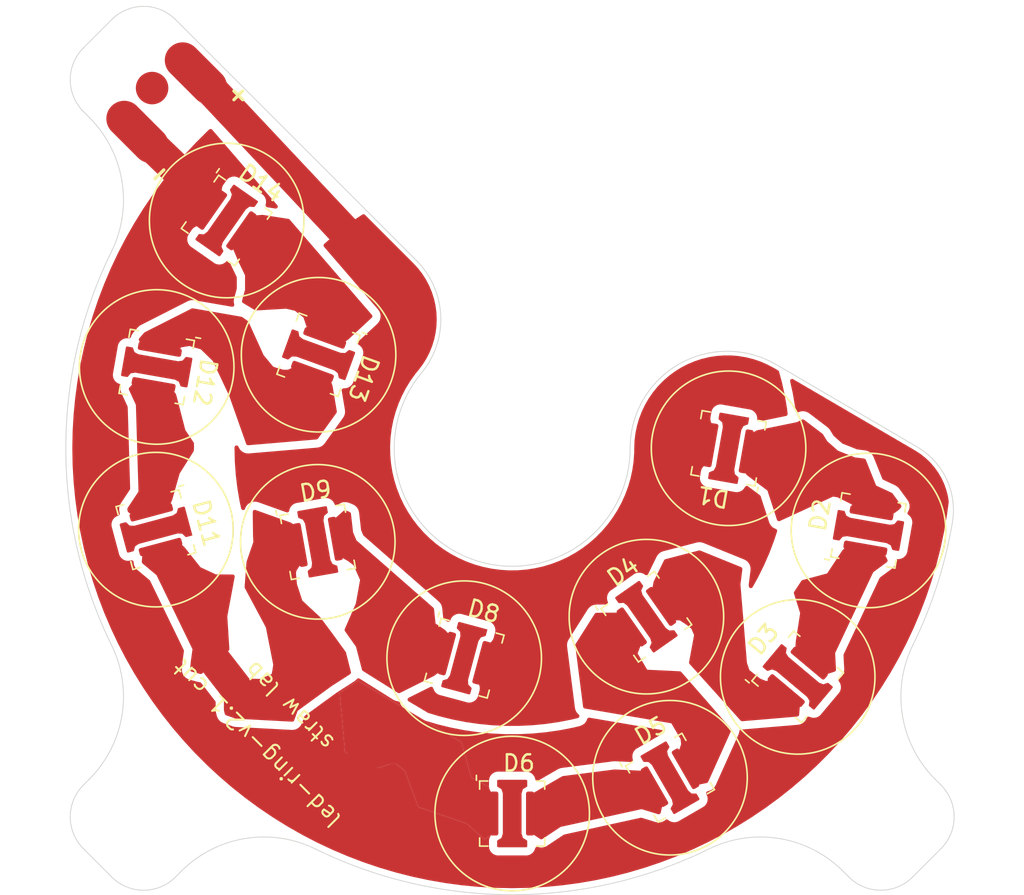
<source format=kicad_pcb>
(kicad_pcb (version 20221018) (generator pcbnew)
  (layers (0 "F.Cu" signal) (31 "B.Cu" signal) (34 "B.Paste" user) (35 "F.Paste" user) (36 "B.SilkS" user "B.Silkscreen") (37 "F.SilkS" user "F.Silkscreen") (38 "B.Mask" user) (39 "F.Mask" user) (44 "Edge.Cuts" user))
  (net 0 "")
  (net 1 "Net-(D1-K)")
  (net 2 "+VDC")
  (net 4 "Net-(D2-K)")
  (net 6 "Net-(D3-K)")
  (net 8 "Net-(D4-K)")
  (net 10 "Net-(D5-K)")
  (net 13 "-VDC")
  (net 14 "Net-(D8-K)")
  (net 17 "Net-(D11-K)")
  (net 19 "Net-(D12-K)")
  (net 21 "Net-(D13-K)")
  (net 25 "Net-(D11-A)")
  (footprint "victor_strawlab:TestPoint_Pad_D1.0mm_paste" (layer "F.Cu") (at -4.25 18.54)
    (fp_text reference "TP6" hide)
    (fp_text value "TestPoint")
    (pad "1" smd circle (at 0 0) (size 1 1) (layers "F.Cu" "F.Paste" "F.Mask") (net 13 "-VDC"))
  )
  (footprint "victor_strawlab:TestPoint_Pad_D1.0mm_paste" (layer "F.Cu") (at 5.08 15.29)
    (fp_text reference "TP4" hide)
    (fp_text value "TestPoint")
    (pad "1" smd circle (at 0 0) (size 1 1) (layers "F.Cu" "F.Paste" "F.Mask") (net 8 "Net-(D4-K)"))
  )
  (footprint "victor_strawlab:OSRAM_SFH_4715AS_with_LISA4" (layer "F.Cu") (at 0 22.45 -90)
    (fp_text reference "D6" (at -3.097813 -0.41443 unlocked) (layer "F.SilkS"))
    (fp_text value "LED_Pad")
    (fp_poly (pts (xy 1.25 0.5) (xy 1.55 0.6) (xy 1.7 0.85) (xy 2 0.85) (xy 2 -0.85) (xy 1.7 -0.85) (xy 1.55 -0.6) (xy 1.25 -0.5) (xy -1.25 -0.5) (xy -1.55 -0.6) (xy -1.7 -0.85) (xy -2 -0.85) (xy -2 0.85) (xy -1.7 0.85) (xy -1.55 0.6) (xy -1.25 0.5)) (stroke (width 0.15)) (fill solid) (layer "F.Cu"))
    (fp_line (start -2.35 2.2) (end -2.05 2.2) (stroke (width 0.1)) (layer "F.SilkS"))
    (fp_line (start -2 -2) (end -2 -1.5) (stroke (width 0.1)) (layer "F.SilkS"))
    (fp_line (start -2 1.5) (end -2 2) (stroke (width 0.1)) (layer "F.SilkS"))
    (fp_line (start -2 2) (end -1.5 2) (stroke (width 0.1)) (layer "F.SilkS"))
    (fp_line (start -1.5 -2) (end -2 -2) (stroke (width 0.1)) (layer "F.SilkS"))
    (fp_line (start 1.5 2) (end 2 2) (stroke (width 0.1)) (layer "F.SilkS"))
    (fp_line (start 2 -2) (end 1.5 -2) (stroke (width 0.1)) (layer "F.SilkS"))
    (fp_line (start 2 -1.5) (end 2 -2) (stroke (width 0.1)) (layer "F.SilkS"))
    (fp_line (start 2 2) (end 2 1.5) (stroke (width 0.1)) (layer "F.SilkS"))
    (fp_circle (center 0 0) (end 4.75 0) (stroke (width 0.1)) (fill none) (layer "F.SilkS"))
    (pad "1" smd roundrect (at 0 1.1 270) (size 2.7 0.5) (layers "F.Cu" "F.Paste" "F.Mask") (net 13 "-VDC") (thermal_gap -0.1))
    (pad "2" smd roundrect (at 0 -1.1 270) (size 2.7 0.5) (layers "F.Cu" "F.Paste" "F.Mask") (net 10 "Net-(D5-K)") (thermal_gap -0.1))
    (pad "3" smd roundrect (at 0 0 270) (size 2.7 1) (layers "F.Cu" "F.Paste" "F.Mask") (roundrect_rratio 0) (chamfer_ratio 0.3) (chamfer bottom_left) (thermal_gap -0.1))
  )
  (footprint "victor_strawlab:OSRAM_SFH_4715AS_with_LISA4" (layer "F.Cu") (at -17.55 -14 -125)
    (fp_text reference "D14" (at -3.097813 -0.41443 -35 unlocked) (layer "F.SilkS"))
    (fp_text value "LED_Pad")
    (fp_poly (pts (xy 1.25 0.5) (xy 1.55 0.6) (xy 1.7 0.85) (xy 2 0.85) (xy 2 -0.85) (xy 1.7 -0.85) (xy 1.55 -0.6) (xy 1.25 -0.5) (xy -1.25 -0.5) (xy -1.55 -0.6) (xy -1.7 -0.85) (xy -2 -0.85) (xy -2 0.85) (xy -1.7 0.85) (xy -1.55 0.6) (xy -1.25 0.5)) (stroke (width 0.15)) (fill solid) (layer "F.Cu"))
    (fp_line (start -2.35 2.2) (end -2.05 2.2) (stroke (width 0.1)) (layer "F.SilkS"))
    (fp_line (start -2 -2) (end -2 -1.5) (stroke (width 0.1)) (layer "F.SilkS"))
    (fp_line (start -2 1.5) (end -2 2) (stroke (width 0.1)) (layer "F.SilkS"))
    (fp_line (start -2 2) (end -1.5 2) (stroke (width 0.1)) (layer "F.SilkS"))
    (fp_line (start -1.5 -2) (end -2 -2) (stroke (width 0.1)) (layer "F.SilkS"))
    (fp_line (start 1.5 2) (end 2 2) (stroke (width 0.1)) (layer "F.SilkS"))
    (fp_line (start 2 -2) (end 1.5 -2) (stroke (width 0.1)) (layer "F.SilkS"))
    (fp_line (start 2 -1.5) (end 2 -2) (stroke (width 0.1)) (layer "F.SilkS"))
    (fp_line (start 2 2) (end 2 1.5) (stroke (width 0.1)) (layer "F.SilkS"))
    (fp_circle (center 0 0) (end 4.75 0) (stroke (width 0.1)) (fill none) (layer "F.SilkS"))
    (pad "1" smd roundrect (at 0 1.1 235) (size 2.7 0.5) (layers "F.Cu" "F.Paste" "F.Mask") (net 13 "-VDC") (thermal_gap -0.1))
    (pad "2" smd roundrect (at 0 -1.1 235) (size 2.7 0.5) (layers "F.Cu" "F.Paste" "F.Mask") (net 21 "Net-(D13-K)") (thermal_gap -0.1))
    (pad "3" smd roundrect (at 0 0 235) (size 2.7 1) (layers "F.Cu" "F.Paste" "F.Mask") (roundrect_rratio 0) (chamfer_ratio 0.3) (chamfer bottom_left) (thermal_gap -0.1))
  )
  (footprint "victor_strawlab:OSRAM_SFH_4715AS_with_LISA4" (layer "F.Cu") (at 17.55 14.05 -40)
    (fp_text reference "D3" (at -3.097813 -0.41443 50 unlocked) (layer "F.SilkS"))
    (fp_text value "LED_Pad")
    (fp_poly (pts (xy 1.25 0.5) (xy 1.55 0.6) (xy 1.7 0.85) (xy 2 0.85) (xy 2 -0.85) (xy 1.7 -0.85) (xy 1.55 -0.6) (xy 1.25 -0.5) (xy -1.25 -0.5) (xy -1.55 -0.6) (xy -1.7 -0.85) (xy -2 -0.85) (xy -2 0.85) (xy -1.7 0.85) (xy -1.55 0.6) (xy -1.25 0.5)) (stroke (width 0.15)) (fill solid) (layer "F.Cu"))
    (fp_line (start -2.35 2.2) (end -2.05 2.2) (stroke (width 0.1)) (layer "F.SilkS"))
    (fp_line (start -2 -2) (end -2 -1.5) (stroke (width 0.1)) (layer "F.SilkS"))
    (fp_line (start -2 1.5) (end -2 2) (stroke (width 0.1)) (layer "F.SilkS"))
    (fp_line (start -2 2) (end -1.5 2) (stroke (width 0.1)) (layer "F.SilkS"))
    (fp_line (start -1.5 -2) (end -2 -2) (stroke (width 0.1)) (layer "F.SilkS"))
    (fp_line (start 1.5 2) (end 2 2) (stroke (width 0.1)) (layer "F.SilkS"))
    (fp_line (start 2 -2) (end 1.5 -2) (stroke (width 0.1)) (layer "F.SilkS"))
    (fp_line (start 2 -1.5) (end 2 -2) (stroke (width 0.1)) (layer "F.SilkS"))
    (fp_line (start 2 2) (end 2 1.5) (stroke (width 0.1)) (layer "F.SilkS"))
    (fp_circle (center 0 0) (end 4.75 0) (stroke (width 0.1)) (fill none) (layer "F.SilkS"))
    (pad "1" smd roundrect (at 0 1.1 320) (size 2.7 0.5) (layers "F.Cu" "F.Paste" "F.Mask") (net 6 "Net-(D3-K)") (thermal_gap -0.1))
    (pad "2" smd roundrect (at 0 -1.1 320) (size 2.7 0.5) (layers "F.Cu" "F.Paste" "F.Mask") (net 4 "Net-(D2-K)") (thermal_gap -0.1))
    (pad "3" smd roundrect (at 0 0 320) (size 2.7 1) (layers "F.Cu" "F.Paste" "F.Mask") (roundrect_rratio 0) (chamfer_ratio 0.3) (chamfer bottom_left) (thermal_gap -0.1))
  )
  (footprint "victor_strawlab:TestPoint_Pad_D1.0mm_paste" (layer "F.Cu") (at 18.09 8.81)
    (fp_text reference "TP2" hide)
    (fp_text value "TestPoint")
    (pad "1" smd circle (at 0 0) (size 1 1) (layers "F.Cu" "F.Paste" "F.Mask") (net 4 "Net-(D2-K)"))
  )
  (footprint "victor_strawlab:TestPoint_Pad_D1.0mm_paste" (layer "F.Cu") (at -15.74 -1.26)
    (fp_text reference "TP11" hide)
    (fp_text value "TestPoint")
    (pad "1" smd circle (at 0 0) (size 1 1) (layers "F.Cu" "F.Paste" "F.Mask") (net 19 "Net-(D12-K)"))
  )
  (footprint "victor_strawlab:OSRAM_SFH_4715AS_with_LISA4" (layer "F.Cu") (at 9.7 20.25 -60)
    (fp_text reference "D5" (at -3.097813 -0.41443 30 unlocked) (layer "F.SilkS"))
    (fp_text value "LED_Pad")
    (fp_poly (pts (xy 1.25 0.5) (xy 1.55 0.6) (xy 1.7 0.85) (xy 2 0.85) (xy 2 -0.85) (xy 1.7 -0.85) (xy 1.55 -0.6) (xy 1.25 -0.5) (xy -1.25 -0.5) (xy -1.55 -0.6) (xy -1.7 -0.85) (xy -2 -0.85) (xy -2 0.85) (xy -1.7 0.85) (xy -1.55 0.6) (xy -1.25 0.5)) (stroke (width 0.15)) (fill solid) (layer "F.Cu"))
    (fp_line (start -2.35 2.2) (end -2.05 2.2) (stroke (width 0.1)) (layer "F.SilkS"))
    (fp_line (start -2 -2) (end -2 -1.5) (stroke (width 0.1)) (layer "F.SilkS"))
    (fp_line (start -2 1.5) (end -2 2) (stroke (width 0.1)) (layer "F.SilkS"))
    (fp_line (start -2 2) (end -1.5 2) (stroke (width 0.1)) (layer "F.SilkS"))
    (fp_line (start -1.5 -2) (end -2 -2) (stroke (width 0.1)) (layer "F.SilkS"))
    (fp_line (start 1.5 2) (end 2 2) (stroke (width 0.1)) (layer "F.SilkS"))
    (fp_line (start 2 -2) (end 1.5 -2) (stroke (width 0.1)) (layer "F.SilkS"))
    (fp_line (start 2 -1.5) (end 2 -2) (stroke (width 0.1)) (layer "F.SilkS"))
    (fp_line (start 2 2) (end 2 1.5) (stroke (width 0.1)) (layer "F.SilkS"))
    (fp_circle (center 0 0) (end 4.75 0) (stroke (width 0.1)) (fill none) (layer "F.SilkS"))
    (pad "1" smd roundrect (at 0 1.1 300) (size 2.7 0.5) (layers "F.Cu" "F.Paste" "F.Mask") (net 10 "Net-(D5-K)") (thermal_gap -0.1))
    (pad "2" smd roundrect (at 0 -1.1 300) (size 2.7 0.5) (layers "F.Cu" "F.Paste" "F.Mask") (net 8 "Net-(D4-K)") (thermal_gap -0.1))
    (pad "3" smd roundrect (at 0 0 300) (size 2.7 1) (layers "F.Cu" "F.Paste" "F.Mask") (roundrect_rratio 0) (chamfer_ratio 0.3) (chamfer bottom_left) (thermal_gap -0.1))
  )
  (footprint "victor_strawlab:TestPoint_Pad_D1.0mm_paste" (layer "F.Cu") (at -12.34 -11.44)
    (fp_text reference "TP12" hide)
    (fp_text value "TestPoint")
    (pad "1" smd circle (at 0 0) (size 1 1) (layers "F.Cu" "F.Paste" "F.Mask") (net 21 "Net-(D13-K)"))
  )
  (footprint "victor_strawlab:OSRAM_SFH_4715AS_with_LISA4" (layer "F.Cu") (at -21.85 -5 170)
    (fp_text reference "D12" (at -3.097813 -0.41443 260 unlocked) (layer "F.SilkS"))
    (fp_text value "LED_Pad")
    (fp_poly (pts (xy 1.25 0.5) (xy 1.55 0.6) (xy 1.7 0.85) (xy 2 0.85) (xy 2 -0.85) (xy 1.7 -0.85) (xy 1.55 -0.6) (xy 1.25 -0.5) (xy -1.25 -0.5) (xy -1.55 -0.6) (xy -1.7 -0.85) (xy -2 -0.85) (xy -2 0.85) (xy -1.7 0.85) (xy -1.55 0.6) (xy -1.25 0.5)) (stroke (width 0.15)) (fill solid) (layer "F.Cu"))
    (fp_line (start -2.35 2.2) (end -2.05 2.2) (stroke (width 0.1)) (layer "F.SilkS"))
    (fp_line (start -2 -2) (end -2 -1.5) (stroke (width 0.1)) (layer "F.SilkS"))
    (fp_line (start -2 1.5) (end -2 2) (stroke (width 0.1)) (layer "F.SilkS"))
    (fp_line (start -2 2) (end -1.5 2) (stroke (width 0.1)) (layer "F.SilkS"))
    (fp_line (start -1.5 -2) (end -2 -2) (stroke (width 0.1)) (layer "F.SilkS"))
    (fp_line (start 1.5 2) (end 2 2) (stroke (width 0.1)) (layer "F.SilkS"))
    (fp_line (start 2 -2) (end 1.5 -2) (stroke (width 0.1)) (layer "F.SilkS"))
    (fp_line (start 2 -1.5) (end 2 -2) (stroke (width 0.1)) (layer "F.SilkS"))
    (fp_line (start 2 2) (end 2 1.5) (stroke (width 0.1)) (layer "F.SilkS"))
    (fp_circle (center 0 0) (end 4.75 0) (stroke (width 0.1)) (fill none) (layer "F.SilkS"))
    (pad "1" smd roundrect (at 0 1.1 170) (size 2.7 0.5) (layers "F.Cu" "F.Paste" "F.Mask") (net 19 "Net-(D12-K)") (thermal_gap -0.1))
    (pad "2" smd roundrect (at 0 -1.1 170) (size 2.7 0.5) (layers "F.Cu" "F.Paste" "F.Mask") (net 17 "Net-(D11-K)") (thermal_gap -0.1))
    (pad "3" smd roundrect (at 0 0 170) (size 2.7 1) (layers "F.Cu" "F.Paste" "F.Mask") (roundrect_rratio 0) (chamfer_ratio 0.3) (chamfer bottom_left) (thermal_gap -0.1))
  )
  (footprint "victor_strawlab:TestPoint_Pad_D1.0mm_paste" (layer "F.Cu") (at 4.67 20.59)
    (fp_text reference "TP5" hide)
    (fp_text value "TestPoint")
    (pad "1" smd circle (at 0 0) (size 1 1) (layers "F.Cu" "F.Paste" "F.Mask") (net 10 "Net-(D5-K)"))
  )
  (footprint "MountingHole:MountingHole_2.2mm_M2" (layer "F.Cu") (at 22 22)
    (fp_text reference "REF**" hide)
    (fp_text value "MountingHole_2.2mm_M2")
    (pad "" np_thru_hole circle locked (at 0 0) (size 2.2 2.2) (drill 2.2) (layers "*.Cu" "*.Mask"))
  )
  (footprint "victor_strawlab:OSRAM_SFH_4715AS_with_LISA4" (layer "F.Cu") (at -21.9 5 -165)
    (fp_text reference "D11" (at -3.097813 -0.41443 -75 unlocked) (layer "F.SilkS"))
    (fp_text value "LED_Pad")
    (fp_poly (pts (xy 1.25 0.5) (xy 1.55 0.6) (xy 1.7 0.85) (xy 2 0.85) (xy 2 -0.85) (xy 1.7 -0.85) (xy 1.55 -0.6) (xy 1.25 -0.5) (xy -1.25 -0.5) (xy -1.55 -0.6) (xy -1.7 -0.85) (xy -2 -0.85) (xy -2 0.85) (xy -1.7 0.85) (xy -1.55 0.6) (xy -1.25 0.5)) (stroke (width 0.15)) (fill solid) (layer "F.Cu"))
    (fp_line (start -2.35 2.2) (end -2.05 2.2) (stroke (width 0.1)) (layer "F.SilkS"))
    (fp_line (start -2 -2) (end -2 -1.5) (stroke (width 0.1)) (layer "F.SilkS"))
    (fp_line (start -2 1.5) (end -2 2) (stroke (width 0.1)) (layer "F.SilkS"))
    (fp_line (start -2 2) (end -1.5 2) (stroke (width 0.1)) (layer "F.SilkS"))
    (fp_line (start -1.5 -2) (end -2 -2) (stroke (width 0.1)) (layer "F.SilkS"))
    (fp_line (start 1.5 2) (end 2 2) (stroke (width 0.1)) (layer "F.SilkS"))
    (fp_line (start 2 -2) (end 1.5 -2) (stroke (width 0.1)) (layer "F.SilkS"))
    (fp_line (start 2 -1.5) (end 2 -2) (stroke (width 0.1)) (layer "F.SilkS"))
    (fp_line (start 2 2) (end 2 1.5) (stroke (width 0.1)) (layer "F.SilkS"))
    (fp_circle (center 0 0) (end 4.75 0) (stroke (width 0.1)) (fill none) (layer "F.SilkS"))
    (pad "1" smd roundrect (at 0 1.1 195) (size 2.7 0.5) (layers "F.Cu" "F.Paste" "F.Mask") (net 17 "Net-(D11-K)") (thermal_gap -0.1))
    (pad "2" smd roundrect (at 0 -1.1 195) (size 2.7 0.5) (layers "F.Cu" "F.Paste" "F.Mask") (net 25 "Net-(D11-A)") (thermal_gap -0.1))
    (pad "3" smd roundrect (at 0 0 195) (size 2.7 1) (layers "F.Cu" "F.Paste" "F.Mask") (roundrect_rratio 0) (chamfer_ratio 0.3) (chamfer bottom_left) (thermal_gap -0.1))
  )
  (footprint "victor_strawlab:OSRAM_SFH_4715AS_with_LISA4" (layer "F.Cu") (at -2.95 12.9 -105)
    (fp_text reference "D8" (at -3.097813 -0.41443 -15 unlocked) (layer "F.SilkS"))
    (fp_text value "LED_Pad")
    (fp_poly (pts (xy 1.25 0.5) (xy 1.55 0.6) (xy 1.7 0.85) (xy 2 0.85) (xy 2 -0.85) (xy 1.7 -0.85) (xy 1.55 -0.6) (xy 1.25 -0.5) (xy -1.25 -0.5) (xy -1.55 -0.6) (xy -1.7 -0.85) (xy -2 -0.85) (xy -2 0.85) (xy -1.7 0.85) (xy -1.55 0.6) (xy -1.25 0.5)) (stroke (width 0.15)) (fill solid) (layer "F.Cu"))
    (fp_line (start -2.35 2.2) (end -2.05 2.2) (stroke (width 0.1)) (layer "F.SilkS"))
    (fp_line (start -2 -2) (end -2 -1.5) (stroke (width 0.1)) (layer "F.SilkS"))
    (fp_line (start -2 1.5) (end -2 2) (stroke (width 0.1)) (layer "F.SilkS"))
    (fp_line (start -2 2) (end -1.5 2) (stroke (width 0.1)) (layer "F.SilkS"))
    (fp_line (start -1.5 -2) (end -2 -2) (stroke (width 0.1)) (layer "F.SilkS"))
    (fp_line (start 1.5 2) (end 2 2) (stroke (width 0.1)) (layer "F.SilkS"))
    (fp_line (start 2 -2) (end 1.5 -2) (stroke (width 0.1)) (layer "F.SilkS"))
    (fp_line (start 2 -1.5) (end 2 -2) (stroke (width 0.1)) (layer "F.SilkS"))
    (fp_line (start 2 2) (end 2 1.5) (stroke (width 0.1)) (layer "F.SilkS"))
    (fp_circle (center 0 0) (end 4.75 0) (stroke (width 0.1)) (fill none) (layer "F.SilkS"))
    (pad "1" smd roundrect (at 0 1.1 255) (size 2.7 0.5) (layers "F.Cu" "F.Paste" "F.Mask") (net 14 "Net-(D8-K)") (thermal_gap -0.1))
    (pad "2" smd roundrect (at 0 -1.1 255) (size 2.7 0.5) (layers "F.Cu" "F.Paste" "F.Mask") (net 2 "+VDC") (thermal_gap -0.1))
    (pad "3" smd roundrect (at 0 0 255) (size 2.7 1) (layers "F.Cu" "F.Paste" "F.Mask") (roundrect_rratio 0) (chamfer_ratio 0.3) (chamfer bottom_left) (thermal_gap -0.1))
  )
  (footprint "victor_strawlab:TestPoint_Pad_D1.0mm_paste" (layer "F.Cu") (at 13.38 7.82)
    (fp_text reference "TP3" hide)
    (fp_text value "TestPoint")
    (pad "1" smd circle (at 0 0) (size 1 1) (layers "F.Cu" "F.Paste" "F.Mask") (net 6 "Net-(D3-K)"))
  )
  (footprint "victor_strawlab:TestPoint_Pad_D1.0mm_paste" (layer "F.Cu") (at -11.88 11.87)
    (fp_text reference "TP8" hide)
    (fp_text value "TestPoint")
    (pad "1" smd circle (at 0 0) (size 1 1) (layers "F.Cu" "F.Paste" "F.Mask") (net 25 "Net-(D11-A)"))
  )
  (footprint "victor_strawlab:TestPoint_Pad_D1.0mm_paste" (layer "F.Cu") (at -8.72 10.9)
    (fp_text reference "TP7" hide)
    (fp_text value "TestPoint")
    (pad "1" smd circle (at 0 0) (size 1 1) (layers "F.Cu" "F.Paste" "F.Mask") (net 14 "Net-(D8-K)"))
  )
  (footprint "victor_strawlab:TestPoint_Pad_D1.0mm_paste" (layer "F.Cu") (at -20.06 -0.04)
    (fp_text reference "TP10" hide)
    (fp_text value "TestPoint")
    (pad "1" smd circle (at 0 0) (size 1 1) (layers "F.Cu" "F.Paste" "F.Mask") (net 17 "Net-(D11-K)"))
  )
  (footprint "victor_strawlab:TestPoint_Pad_D1.0mm_paste" (layer "F.Cu") (at -17.78 8.49)
    (fp_text reference "TP9" hide)
    (fp_text value "TestPoint")
    (pad "1" smd circle (at 0 0) (size 1 1) (layers "F.Cu" "F.Paste" "F.Mask") (net 25 "Net-(D11-A)"))
  )
  (footprint "victor_strawlab:OSRAM_SFH_4715AS_with_LISA4" (layer "F.Cu") (at -11.95 5.75 -80)
    (fp_text reference "D9" (at -3.097813 -0.41443 10 unlocked) (layer "F.SilkS"))
    (fp_text value "LED_Pad")
    (fp_poly (pts (xy 1.25 0.5) (xy 1.55 0.6) (xy 1.7 0.85) (xy 2 0.85) (xy 2 -0.85) (xy 1.7 -0.85) (xy 1.55 -0.6) (xy 1.25 -0.5) (xy -1.25 -0.5) (xy -1.55 -0.6) (xy -1.7 -0.85) (xy -2 -0.85) (xy -2 0.85) (xy -1.7 0.85) (xy -1.55 0.6) (xy -1.25 0.5)) (stroke (width 0.15)) (fill solid) (layer "F.Cu"))
    (fp_line (start -2.35 2.2) (end -2.05 2.2) (stroke (width 0.1)) (layer "F.SilkS"))
    (fp_line (start -2 -2) (end -2 -1.5) (stroke (width 0.1)) (layer "F.SilkS"))
    (fp_line (start -2 1.5) (end -2 2) (stroke (width 0.1)) (layer "F.SilkS"))
    (fp_line (start -2 2) (end -1.5 2) (stroke (width 0.1)) (layer "F.SilkS"))
    (fp_line (start -1.5 -2) (end -2 -2) (stroke (width 0.1)) (layer "F.SilkS"))
    (fp_line (start 1.5 2) (end 2 2) (stroke (width 0.1)) (layer "F.SilkS"))
    (fp_line (start 2 -2) (end 1.5 -2) (stroke (width 0.1)) (layer "F.SilkS"))
    (fp_line (start 2 -1.5) (end 2 -2) (stroke (width 0.1)) (layer "F.SilkS"))
    (fp_line (start 2 2) (end 2 1.5) (stroke (width 0.1)) (layer "F.SilkS"))
    (fp_circle (center 0 0) (end 4.75 0) (stroke (width 0.1)) (fill none) (layer "F.SilkS"))
    (pad "1" smd roundrect (at 0 1.1 280) (size 2.7 0.5) (layers "F.Cu" "F.Paste" "F.Mask") (net 25 "Net-(D11-A)") (thermal_gap -0.1))
    (pad "2" smd roundrect (at 0 -1.1 280) (size 2.7 0.5) (layers "F.Cu" "F.Paste" "F.Mask") (net 14 "Net-(D8-K)") (thermal_gap -0.1))
    (pad "3" smd roundrect (at 0 0 280) (size 2.7 1) (layers "F.Cu" "F.Paste" "F.Mask") (roundrect_rratio 0) (chamfer_ratio 0.3) (chamfer bottom_left) (thermal_gap -0.1))
  )
  (footprint "victor_strawlab:OSRAM_SFH_4715AS_with_LISA4" (layer "F.Cu") (at 8.25 10.35 -55)
    (fp_text reference "D4" (at -3.097813 -0.41443 35 unlocked) (layer "F.SilkS"))
    (fp_text value "LED_Pad")
    (fp_poly (pts (xy 1.25 0.5) (xy 1.55 0.6) (xy 1.7 0.85) (xy 2 0.85) (xy 2 -0.85) (xy 1.7 -0.85) (xy 1.55 -0.6) (xy 1.25 -0.5) (xy -1.25 -0.5) (xy -1.55 -0.6) (xy -1.7 -0.85) (xy -2 -0.85) (xy -2 0.85) (xy -1.7 0.85) (xy -1.55 0.6) (xy -1.25 0.5)) (stroke (width 0.15)) (fill solid) (layer "F.Cu"))
    (fp_line (start -2.35 2.2) (end -2.05 2.2) (stroke (width 0.1)) (layer "F.SilkS"))
    (fp_line (start -2 -2) (end -2 -1.5) (stroke (width 0.1)) (layer "F.SilkS"))
    (fp_line (start -2 1.5) (end -2 2) (stroke (width 0.1)) (layer "F.SilkS"))
    (fp_line (start -2 2) (end -1.5 2) (stroke (width 0.1)) (layer "F.SilkS"))
    (fp_line (start -1.5 -2) (end -2 -2) (stroke (width 0.1)) (layer "F.SilkS"))
    (fp_line (start 1.5 2) (end 2 2) (stroke (width 0.1)) (layer "F.SilkS"))
    (fp_line (start 2 -2) (end 1.5 -2) (stroke (width 0.1)) (layer "F.SilkS"))
    (fp_line (start 2 -1.5) (end 2 -2) (stroke (width 0.1)) (layer "F.SilkS"))
    (fp_line (start 2 2) (end 2 1.5) (stroke (width 0.1)) (layer "F.SilkS"))
    (fp_circle (center 0 0) (end 4.75 0) (stroke (width 0.1)) (fill none) (layer "F.SilkS"))
    (pad "1" smd roundrect (at 0 1.1 305) (size 2.7 0.5) (layers "F.Cu" "F.Paste" "F.Mask") (net 8 "Net-(D4-K)") (thermal_gap -0.1))
    (pad "2" smd roundrect (at 0 -1.1 305) (size 2.7 0.5) (layers "F.Cu" "F.Paste" "F.Mask") (net 6 "Net-(D3-K)") (thermal_gap -0.1))
    (pad "3" smd roundrect (at 0 0 305) (size 2.7 1) (layers "F.Cu" "F.Paste" "F.Mask") (roundrect_rratio 0) (chamfer_ratio 0.3) (chamfer bottom_left) (thermal_gap -0.1))
  )
  (footprint "victor_strawlab:OSRAM_SFH_4715AS_with_LISA4" (layer "F.Cu") (at 13.3 0 80)
    (fp_text reference "D1" (at -3.097813 -0.41443 170 unlocked) (layer "F.SilkS"))
    (fp_text value "LED_Pad")
    (fp_poly (pts (xy 1.25 0.5) (xy 1.55 0.6) (xy 1.7 0.85) (xy 2 0.85) (xy 2 -0.85) (xy 1.7 -0.85) (xy 1.55 -0.6) (xy 1.25 -0.5) (xy -1.25 -0.5) (xy -1.55 -0.6) (xy -1.7 -0.85) (xy -2 -0.85) (xy -2 0.85) (xy -1.7 0.85) (xy -1.55 0.6) (xy -1.25 0.5)) (stroke (width 0.15)) (fill solid) (layer "F.Cu"))
    (fp_line (start -2.35 2.2) (end -2.05 2.2) (stroke (width 0.1)) (layer "F.SilkS"))
    (fp_line (start -2 -2) (end -2 -1.5) (stroke (width 0.1)) (layer "F.SilkS"))
    (fp_line (start -2 1.5) (end -2 2) (stroke (width 0.1)) (layer "F.SilkS"))
    (fp_line (start -2 2) (end -1.5 2) (stroke (width 0.1)) (layer "F.SilkS"))
    (fp_line (start -1.5 -2) (end -2 -2) (stroke (width 0.1)) (layer "F.SilkS"))
    (fp_line (start 1.5 2) (end 2 2) (stroke (width 0.1)) (layer "F.SilkS"))
    (fp_line (start 2 -2) (end 1.5 -2) (stroke (width 0.1)) (layer "F.SilkS"))
    (fp_line (start 2 -1.5) (end 2 -2) (stroke (width 0.1)) (layer "F.SilkS"))
    (fp_line (start 2 2) (end 2 1.5) (stroke (width 0.1)) (layer "F.SilkS"))
    (fp_circle (center 0 0) (end 4.75 0) (stroke (width 0.1)) (fill none) (layer "F.SilkS"))
    (pad "1" smd roundrect (at 0 1.1 80) (size 2.7 0.5) (layers "F.Cu" "F.Paste" "F.Mask") (net 1 "Net-(D1-K)") (thermal_gap -0.1))
    (pad "2" smd roundrect (at 0 -1.1 80) (size 2.7 0.5) (layers "F.Cu" "F.Paste" "F.Mask") (net 2 "+VDC") (thermal_gap -0.1))
    (pad "3" smd roundrect (at 0 0 80) (size 2.7 1) (layers "F.Cu" "F.Paste" "F.Mask") (roundrect_rratio 0) (chamfer_ratio 0.3) (chamfer bottom_left) (thermal_gap -0.1))
  )
  (footprint "victor_strawlab:OSRAM_SFH_4715AS_with_LISA4" (layer "F.Cu") (at 21.9 5.05 -10)
    (fp_text reference "D2" (at -3.097813 -0.41443 80 unlocked) (layer "F.SilkS"))
    (fp_text value "LED_Pad")
    (fp_poly (pts (xy 1.25 0.5) (xy 1.55 0.6) (xy 1.7 0.85) (xy 2 0.85) (xy 2 -0.85) (xy 1.7 -0.85) (xy 1.55 -0.6) (xy 1.25 -0.5) (xy -1.25 -0.5) (xy -1.55 -0.6) (xy -1.7 -0.85) (xy -2 -0.85) (xy -2 0.85) (xy -1.7 0.85) (xy -1.55 0.6) (xy -1.25 0.5)) (stroke (width 0.15)) (fill solid) (layer "F.Cu"))
    (fp_line (start -2.35 2.2) (end -2.05 2.2) (stroke (width 0.1)) (layer "F.SilkS"))
    (fp_line (start -2 -2) (end -2 -1.5) (stroke (width 0.1)) (layer "F.SilkS"))
    (fp_line (start -2 1.5) (end -2 2) (stroke (width 0.1)) (layer "F.SilkS"))
    (fp_line (start -2 2) (end -1.5 2) (stroke (width 0.1)) (layer "F.SilkS"))
    (fp_line (start -1.5 -2) (end -2 -2) (stroke (width 0.1)) (layer "F.SilkS"))
    (fp_line (start 1.5 2) (end 2 2) (stroke (width 0.1)) (layer "F.SilkS"))
    (fp_line (start 2 -2) (end 1.5 -2) (stroke (width 0.1)) (layer "F.SilkS"))
    (fp_line (start 2 -1.5) (end 2 -2) (stroke (width 0.1)) (layer "F.SilkS"))
    (fp_line (start 2 2) (end 2 1.5) (stroke (width 0.1)) (layer "F.SilkS"))
    (fp_circle (center 0 0) (end 4.75 0) (stroke (width 0.1)) (fill none) (layer "F.SilkS"))
    (pad "1" smd roundrect (at 0 1.1 350) (size 2.7 0.5) (layers "F.Cu" "F.Paste" "F.Mask") (net 4 "Net-(D2-K)") (thermal_gap -0.1))
    (pad "2" smd roundrect (at 0 -1.1 350) (size 2.7 0.5) (layers "F.Cu" "F.Paste" "F.Mask") (net 1 "Net-(D1-K)") (thermal_gap -0.1))
    (pad "3" smd roundrect (at 0 0 350) (size 2.7 1) (layers "F.Cu" "F.Paste" "F.Mask") (roundrect_rratio 0) (chamfer_ratio 0.3) (chamfer bottom_left) (thermal_gap -0.1))
  )
  (footprint "victor_strawlab:TestPoint_Pad_D1.0mm_paste" (layer "F.Cu") (at 18.92 0.11)
    (fp_text reference "TP1" hide)
    (fp_text value "TestPoint")
    (pad "1" smd circle (at 0 0) (size 1 1) (layers "F.Cu" "F.Paste" "F.Mask") (net 1 "Net-(D1-K)"))
  )
  (footprint "MountingHole:MountingHole_2.2mm_M2" (layer "F.Cu") (at -22 22)
    (fp_text reference "REF**" hide)
    (fp_text value "MountingHole_2.2mm_M2")
    (pad "" np_thru_hole circle locked (at 0 0) (size 2.2 2.2) (drill 2.2) (layers "*.Cu" "*.Mask"))
  )
  (footprint "victor_strawlab:OSRAM_SFH_4715AS_with_LISA4" (layer "F.Cu") (at -11.9 -5.75 160)
    (fp_text reference "D13" (at -3.097813 -0.41443 250 unlocked) (layer "F.SilkS"))
    (fp_text value "LED_Pad")
    (fp_poly (pts (xy 1.25 0.5) (xy 1.55 0.6) (xy 1.7 0.85) (xy 2 0.85) (xy 2 -0.85) (xy 1.7 -0.85) (xy 1.55 -0.6) (xy 1.25 -0.5) (xy -1.25 -0.5) (xy -1.55 -0.6) (xy -1.7 -0.85) (xy -2 -0.85) (xy -2 0.85) (xy -1.7 0.85) (xy -1.55 0.6) (xy -1.25 0.5)) (stroke (width 0.15)) (fill solid) (layer "F.Cu"))
    (fp_line (start -2.35 2.2) (end -2.05 2.2) (stroke (width 0.1)) (layer "F.SilkS"))
    (fp_line (start -2 -2) (end -2 -1.5) (stroke (width 0.1)) (layer "F.SilkS"))
    (fp_line (start -2 1.5) (end -2 2) (stroke (width 0.1)) (layer "F.SilkS"))
    (fp_line (start -2 2) (end -1.5 2) (stroke (width 0.1)) (layer "F.SilkS"))
    (fp_line (start -1.5 -2) (end -2 -2) (stroke (width 0.1)) (layer "F.SilkS"))
    (fp_line (start 1.5 2) (end 2 2) (stroke (width 0.1)) (layer "F.SilkS"))
    (fp_line (start 2 -2) (end 1.5 -2) (stroke (width 0.1)) (layer "F.SilkS"))
    (fp_line (start 2 -1.5) (end 2 -2) (stroke (width 0.1)) (layer "F.SilkS"))
    (fp_line (start 2 2) (end 2 1.5) (stroke (width 0.1)) (layer "F.SilkS"))
    (fp_circle (center 0 0) (end 4.75 0) (stroke (width 0.1)) (fill none) (layer "F.SilkS"))
    (pad "1" smd roundrect (at 0 1.1 160) (size 2.7 0.5) (layers "F.Cu" "F.Paste" "F.Mask") (net 21 "Net-(D13-K)") (thermal_gap -0.1))
    (pad "2" smd roundrect (at 0 -1.1 160) (size 2.7 0.5) (layers "F.Cu" "F.Paste" "F.Mask") (net 19 "Net-(D12-K)") (thermal_gap -0.1))
    (pad "3" smd roundrect (at 0 0 160) (size 2.7 1) (layers "F.Cu" "F.Paste" "F.Mask") (roundrect_rratio 0) (chamfer_ratio 0.3) (chamfer bottom_left) (thermal_gap -0.1))
  )
  (footprint "victor_strawlab:strawlab_led_conn_M_smd" (layer "F.Cu") (at -21.236051 -21.243949 -45)
    (fp_text reference "J1" hide)
    (fp_text value "Conn_01x02_Pin")
    (fp_line (start 2.413 -3.429) (end 3.175 -3.429) (stroke (width 0.2)) (layer "F.SilkS"))
    (fp_line (start 2.794 -3.81) (end 2.794 -3.048) (stroke (width 0.2)) (layer "F.SilkS"))
    (fp_line (start 2.794 3.048) (end 2.794 3.81) (stroke (width 0.2)) (layer "F.SilkS"))
    (pad "1" smd oval (at 0 -2.54 315) (size 4.5 2.2) (layers "F.Cu" "F.Mask") (net 2 "+VDC"))
    (pad "2" smd oval (at 0 2.54 315) (size 4.5 2.2) (layers "F.Cu" "F.Mask") (net 13 "-VDC"))
    (pad "3" smd oval (at -1.27 0 315) (size 2 2) (layers "F.Cu" "F.Mask"))
  )
  (gr_arc (start -20.340511 25.997289) (mid -16.436758 23.990027) (end -12.09388 24.628615) (stroke (width 0.05)) (layer "Edge.Cuts"))
  (gr_arc (start -24.611944 -26.353144) (mid -22.6541 -27.16411) (end -20.696256 -26.353144) (stroke (width 0.05)) (layer "Edge.Cuts"))
  (gr_arc (start -26.353144 24.611944) (mid -27.16411 22.6541) (end -26.353144 20.696256) (stroke (width 0.05)) (layer "Edge.Cuts"))
  (gr_arc (start -20.696256 26.353144) (mid -22.6541 27.16411) (end -24.611944 26.353144) (stroke (width 0.05)) (layer "Edge.Cuts"))
  (gr_arc (start 12.093879 24.628661) (mid 0.000072 27.4378) (end -12.09375 24.628725) (stroke (width 0.05)) (layer "Edge.Cuts"))
  (gr_arc (start 7.25 0) (mid -2.465194 6.818013) (end -5.573537 -4.636614) (stroke (width 0.05)) (layer "Edge.Cuts"))
  (gr_line (start 26.3531 24.612) (end 24.612 26.3531) (stroke (width 0.05)) (layer "Edge.Cuts"))
  (gr_arc (start 27.058562 4.546108) (mid 26.117704 8.408234) (end 24.628661 12.093879) (stroke (width 0.05)) (layer "Edge.Cuts"))
  (gr_arc (start 26.353144 20.696256) (mid 27.16411 22.6541) (end 26.353144 24.611944) (stroke (width 0.05)) (layer "Edge.Cuts"))
  (gr_arc (start 12.093914 24.628599) (mid 16.436777 23.990031) (end 20.340511 25.997289) (stroke (width 0.05)) (layer "Edge.Cuts"))
  (gr_arc (start -24.628725 12.09375) (mid -27.4378 0) (end -24.628725 -12.09375) (stroke (width 0.05)) (layer "Edge.Cuts"))
  (gr_line (start 20.6963 26.3531) (end 20.3405 25.9973) (stroke (width 0.05)) (layer "Edge.Cuts"))
  (gr_arc (start 7.24996 0) (mid 10.244921 -5.172055) (end 16.221493 -5.149) (stroke (width 0.05)) (layer "Edge.Cuts"))
  (gr_line (start -20.6963 -26.3531) (end -20.3405 -25.9973) (stroke (width 0.05)) (layer "Edge.Cuts"))
  (gr_line (start 25.9973 20.3405) (end 26.3531 20.6963) (stroke (width 0.05)) (layer "Edge.Cuts"))
  (gr_arc (start -26.353144 -20.696256) (mid -27.16411 -22.6541) (end -26.353144 -24.611944) (stroke (width 0.05)) (layer "Edge.Cuts"))
  (gr_line (start 16.2215 -5.149) (end 24.8913 -0.083892) (stroke (width 0.05)) (layer "Edge.Cuts"))
  (gr_arc (start 24.611944 26.353144) (mid 22.6541 27.16411) (end 20.696256 26.353144) (stroke (width 0.05)) (layer "Edge.Cuts"))
  (gr_arc (start 24.89128 -0.083895) (mid 26.696431 1.893366) (end 27.058557 4.546099) (stroke (width 0.05)) (layer "Edge.Cuts"))
  (gr_arc (start -25.997289 -20.340511) (mid -23.990027 -16.436758) (end -24.628615 -12.09388) (stroke (width 0.05)) (layer "Edge.Cuts"))
  (gr_arc (start -5.889984 -11.546846) (mid -4.392371 -8.153042) (end -5.573568 -4.636578) (stroke (width 0.05)) (layer "Edge.Cuts"))
  (gr_line (start -24.612 26.3531) (end -26.3531 24.612) (stroke (width 0.05)) (layer "Edge.Cuts"))
  (gr_line (start -20.3405 -25.9973) (end -5.88998 -11.5468) (stroke (width 0.05)) (layer "Edge.Cuts"))
  (gr_arc (start 25.997289 20.340511) (mid 23.99003 16.436777) (end 24.628599 12.093914) (stroke (width 0.05)) (layer "Edge.Cuts"))
  (gr_line (start -26.3531 -24.612) (end -24.612 -26.3531) (stroke (width 0.05)) (layer "Edge.Cuts"))
  (gr_line (start -26.3531 20.6963) (end -25.9973 20.3405) (stroke (width 0.05)) (layer "Edge.Cuts"))
  (gr_line (start -25.9973 -20.3405) (end -26.3531 -20.6963) (stroke (width 0.05)) (layer "Edge.Cuts"))
  (gr_arc (start -24.628615 12.09388) (mid -23.990027 16.436758) (end -25.997289 20.340511) (stroke (width 0.05)) (layer "Edge.Cuts"))
  (gr_line (start -20.3405 25.9973) (end -20.6963 26.3531) (stroke (width 0.05)) (layer "Edge.Cuts"))
  (gr_text "led-ring-v2.1 cut" (at -15.25 17.73 135) (layer "F.SilkS") (effects (font (size 1 1) (thickness 0.125)) (justify bottom)))
  (gr_text "straw lab" (at -13.28 15.42 135) (layer "F.SilkS") (effects (font (size 1 1) (thickness 0.125)) (justify bottom)))
  (segment (start 20.4 3.1) (end 14.383289 0.191013) (width 0.2) (layer "F.Cu") (net 1))
  (segment (start 22.091013 3.966711) (end 20.4 3.1) (width 0.2) (layer "F.Cu") (net 1))
  (segment (start -2.75 9) (end -0.6 9.4) (width 0.2) (layer "F.Cu") (net 2))
  (segment (start -6.8 -9.59) (end -8 -4.85) (width 0.2) (layer "F.Cu") (net 2))
  (segment (start -19.44 -23.04) (end -6.8 -9.59) (width 2) (layer "F.Cu") (net 2))
  (segment (start -8 -4.85) (end -8.35 4.65) (width 0.2) (layer "F.Cu") (net 2))
  (segment (start -1.887482 13.184701) (end -0.9 11.65) (width 0.2) (layer "F.Cu") (net 2))
  (segment (start 6.1 7.5) (end 10 -0.15) (width 0.2) (layer "F.Cu") (net 2))
  (segment (start -0.6 9.4) (end 6.1 7.5) (width 0.2) (layer "F.Cu") (net 2))
  (segment (start -8.35 4.65) (end -2.75 9) (width 0.2) (layer "F.Cu") (net 2))
  (segment (start 10 -0.15) (end 12.216711 -0.191013) (width 0.2) (layer "F.Cu") (net 2))
  (segment (start -0.9 11.65) (end -0.6 9.4) (width 0.2) (layer "F.Cu") (net 2))
  (segment (start 18.257066 13.207351) (end 21.708987 6.133289) (width 0.2) (layer "F.Cu") (net 4))
  (segment (start 15.2 14.25) (end 16.842934 14.892649) (width 0.2) (layer "F.Cu") (net 6))
  (segment (start 10.75 10.75) (end 15.2 14.25) (width 0.2) (layer "F.Cu") (net 6))
  (segment (start 9.151067 9.719066) (end 10.75 10.75) (width 0.2) (layer "F.Cu") (net 6))
  (segment (start 10.45 17.85) (end 7.5 12.8) (width 0.2) (layer "F.Cu") (net 8))
  (segment (start 7.5 12.8) (end 7.348933 10.980934) (width 0.2) (layer "F.Cu") (net 8))
  (segment (start 10.652628 19.7) (end 10.45 17.85) (width 0.2) (layer "F.Cu") (net 8))
  (segment (start 1.1 22.45) (end 8.747372 20.8) (width 0.2) (layer "F.Cu") (net 10))
  (segment (start 25.41 1.91) (end 25.1 5.45) (width 0.2) (layer "F.Cu") (net 13))
  (segment (start -7.2 19.1) (end -1.1 22.45) (width 0.2) (layer "F.Cu") (net 13))
  (segment (start -20.25 16.1) (end -24.95 5.65) (width 0.2) (layer "F.Cu") (net 13))
  (segment (start -24.95 5.65) (end -24.982287 -1.55) (width 0.2) (layer "F.Cu") (net 13))
  (segment (start -11 23.1) (end -20.25 16.1) (width 0.2) (layer "F.Cu") (net 13))
  (segment (start -10.215254 21.264746) (end -11 23.1) (width 0.2) (layer "F.Cu") (net 13))
  (segment (start -24.8 -5.55) (end -20.05 -15.95) (width 0.2) (layer "F.Cu") (net 13))
  (segment (start -10.16488 21.146939) (end -10.215254 21.264746) (width 0.2) (layer "F.Cu") (net 13))
  (segment (start -9.23512 19.153061) (end -9.2 19.152145) (width 0.2) (layer "F.Cu") (net 13))
  (segment (start 20.25 16.1) (end 11.4 23.15) (width 0.2) (layer "F.Cu") (net 13))
  (segment (start -24.982287 -1.55) (end -24.8 -5.55) (width 0.2) (layer "F.Cu") (net 13))
  (segment (start 25.1 5.45) (end 20.25 16.1) (width 0.2) (layer "F.Cu") (net 13))
  (segment (start 0.05 25.95) (end -11 23.1) (width 0.2) (layer "F.Cu") (net 13))
  (segment (start -9.2 19.152145) (end -10.215254 21.264746) (width 2) (layer "F.Cu") (net 13))
  (segment (start -18.451067 -14.630934) (end -20.05 -15.95) (width 0.2) (layer "F.Cu") (net 13))
  (segment (start 11.4 23.15) (end 0.05 25.95) (width 0.2) (layer "F.Cu") (net 13))
  (segment (start -23.032102 -19.447898) (end -20.18 -16.7) (width 2) (layer "F.Cu") (net 13))
  (segment (start -9.2 19.152145) (end -7.2 19.1) (width 0.2) (layer "F.Cu") (net 13))
  (segment (start -10.866711 5.558987) (end -4.012518 12.615299) (width 0.2) (layer "F.Cu") (net 14))
  (segment (start -22.041013 -3.916711) (end -22.184701 3.937482) (width 0.2) (layer "F.Cu") (net 17))
  (segment (start -19.84 -6.39) (end -14.09 -4.73) (width 0.2) (layer "F.Cu") (net 19))
  (segment (start -14.09 -4.73) (end -12.276222 -4.716338) (width 0.2) (layer "F.Cu") (net 19))
  (segment (start -21.658987 -6.083289) (end -19.84 -6.39) (width 0.2) (layer "F.Cu") (net 19))
  (segment (start -16.648933 -13.369066) (end -11.523778 -6.783662) (width 0.2) (layer "F.Cu") (net 21))
  (segment (start -18.350325 12.960325) (end -17.01 14.69) (width 2) (layer "F.Cu") (net 25))
  (segment (start -21.615299 6.062518) (end -18.350325 12.960325) (width 0.2) (layer "F.Cu") (net 25))
  (segment (start -14.7 13.95) (end -13.033289 5.941013) (width 0.2) (layer "F.Cu") (net 25))
  (segment (start -18.350325 12.960325) (end -18.257066 13.157351) (width 0.2) (layer "F.Cu") (net 25))
  (segment (start -16.842934 14.842649) (end -14.7 13.95) (width 0.2) (layer "F.Cu") (net 25))
  (zone (net 21) (net_name "Net-(D13-K)") (layer "F.Cu") (priority 3) (connect_pads yes (clearance 0.5)) (min_thickness 0.25) (fill yes (thermal_gap 0.5) (thermal_bridge_width 0.5) (island_removal_mode 1) (island_area_min 10))
    (polygon (pts (xy -17.26 -12.5) (xy -16.83 -11.48) (xy -16.42 -10.63) (xy -16.42 -9.75) (xy -16.63 -8.98) (xy -15.78 -8.47) (xy -13.9 -8.58) (xy -13.35 -8.45) (xy -12.83 -8.04) (xy -12.55 -7.21) (xy -10.45 -6.41) (xy -10.05 -6.71) (xy -8.55 -8.1) (xy -8.52 -9.55) (xy -8.97 -9.84) (xy -9.51 -11.8) (xy -12.27 -13.87) (xy -15.35 -14.35) (xy -15.97 -14.3)))
  )
  (zone (net 17) (net_name "Net-(D11-K)") (layer "F.Cu") (priority 3) (connect_pads yes (clearance 0.5)) (min_thickness 0.25) (fill yes (thermal_gap 0.5) (thermal_bridge_width 0.5) (island_removal_mode 1) (island_area_min 10))
    (polygon (pts (xy -21.09 3.6) (xy -20.9 3.18) (xy -20.44 1.55) (xy -19.57 0.17) (xy -19.56 -0.1) (xy -19.56 -0.33) (xy -20.09 -1.12) (xy -20.66 -3.32) (xy -20.97 -3.77) (xy -23.14 -4.16) (xy -23.59 -3.67) (xy -23.13 -2.67) (xy -22.97 2.66) (xy -23.66 3.7) (xy -23.63 3.9) (xy -23.23 4.22)))
  )
  (zone (net 19) (net_name "Net-(D12-K)") (layer "F.Cu") (priority 3) (connect_pads yes (clearance 0.5)) (min_thickness 0.25) (fill yes (thermal_gap 0.5) (thermal_bridge_width 0.5) (island_removal_mode 1) (island_area_min 10))
    (polygon (pts (xy -22.79 -6.26) (xy -22.97 -6.71) (xy -22.61 -7.12) (xy -19.67 -8.61) (xy -16.61 -8.08) (xy -16.22 -7.8) (xy -15.28 -5.73) (xy -14.7 -5.03) (xy -14.07 -4.69) (xy -13.26 -5.08) (xy -11.2 -4.31) (xy -11.04 -3.83) (xy -10.77 -2.22) (xy -11.97 -0.55) (xy -16.32 -0.18) (xy -17.4 -3.24) (xy -18.4 -5.36) (xy -19.37 -6.31) (xy -19.82 -6.41) (xy -20.32 -6.28) (xy -20.53 -5.86)))
  )
  (zone (net 1) (net_name "Net-(D1-K)") (layer "F.Cu") (priority 3) (connect_pads yes (clearance 0.5)) (min_thickness 0.25) (fill yes (thermal_gap 0.5) (thermal_bridge_width 0.5) (island_removal_mode 1) (island_area_min 10))
    (polygon (pts (xy 14.59 -0.82) (xy 15.02 -1.1) (xy 17.51 -1.61) (xy 17.88 -1.8) (xy 19.09 -0.88) (xy 19.37 -0.43) (xy 20.03 0.15) (xy 21.07 0.56) (xy 21.71 0.64) (xy 22.37 2.29) (xy 23.36 2.75) (xy 23.96 3.57) (xy 23.76 3.79) (xy 23.2 4.2) (xy 21 3.76) (xy 20.82 3.32) (xy 20.29 3.05) (xy 19.72 2.97) (xy 16.32 4.53) (xy 15.69 2.6) (xy 14.41 1.64) (xy 14.2 1.3)))
  )
  (zone (net 10) (net_name "Net-(D5-K)") (layer "F.Cu") (priority 3) (connect_pads yes (clearance 0.5)) (min_thickness 0.25) (fill yes (thermal_gap 0.5) (thermal_bridge_width 0.5) (island_removal_mode 1) (island_area_min 10))
    (polygon (pts (xy 8.18 19.83) (xy 6.29 19.74) (xy 3.09 20.15) (xy 1.1 21.3) (xy 1.07 23.59) (xy 1.79 24.06) (xy 2.98 23.27) (xy 7.95 22.18) (xy 9.1 22.53) (xy 9.28 21.73)))
  )
  (zone (net 2) (net_name "+VDC") (layer "F.Cu") (priority 1) (connect_pads yes (clearance 0.5)) (min_thickness 0.25) (fill yes (thermal_gap 0.5) (thermal_bridge_width 0.5))
    (polygon (pts (xy 17.0689 0) (xy 17.048967 -0.824656) (xy 16.989216 -1.647386) (xy 16.889786 -2.466269) (xy 16.750909 -3.279392) (xy 16.572909 -4.084855) (xy 16.356202 -4.880778) (xy 16.101295 -5.665302) (xy 15.808782 -6.436594) (xy 15.479348 -7.192853) (xy 15.11376 -7.932313) (xy 14.712874 -8.653247) (xy 14.277625 -9.353971) (xy 13.80903 -10.032848) (xy 13.308184 -10.688293) (xy 12.776255 -11.318774) (xy 12.214487 -11.922821) (xy 11.624192 -12.499021) (xy 11.006747 -13.046029) (xy 10.363596 -13.562567) (xy 9.69624 -14.047429) (xy 9.006239 -14.499483) (xy 8.295202 -14.917673) (xy 7.564792 -15.301022) (xy 6.816714 -15.648634) (xy 6.052715 -15.959699) (xy 5.27458 -16.233489) (xy 4.484126 -16.469364) (xy 3.683199 -16.666775) (xy 2.87367 -16.82526) (xy 2.057429 -16.944449) (xy 1.236382 -17.024063) (xy 0.412449 -17.063916) (xy -0.412449 -17.063916) (xy -1.236382 -17.024063) (xy -2.057429 -16.944449) (xy -2.87367 -16.82526) (xy -3.683199 -16.666775) (xy -4.484126 -16.469364) (xy -5.27458 -16.233489) (xy -6.052715 -15.959699) (xy -6.816714 -15.648634) (xy -7.564792 -15.301022) (xy -8.295202 -14.917673) (xy -9.006239 -14.499483) (xy -9.69624 -14.047429) (xy -10.363596 -13.562567) (xy -11.006747 -13.046029) (xy -11.624192 -12.499021) (xy -12.214487 -11.922821) (xy -12.776255 -11.318774) (xy -13.308184 -10.688293) (xy -13.80903 -10.032848) (xy -14.277625 -9.353971) (xy -14.712874 -8.653247) (xy -15.11376 -7.932313) (xy -15.479348 -7.192853) (xy -15.808782 -6.436594) (xy -16.101295 -5.665302) (xy -16.356202 -4.880778) (xy -16.572909 -4.084855) (xy -16.750909 -3.279392) (xy -16.889786 -2.466269) (xy -16.989216 -1.647386) (xy -17.048967 -0.824656) (xy -17.0689 0) (xy -17.048967 0.824656) (xy -16.989216 1.647386) (xy -16.889786 2.466269) (xy -16.750909 3.279392) (xy -16.572909 4.084855) (xy -16.356202 4.880778) (xy -16.101295 5.665302) (xy -15.808782 6.436594) (xy -15.479348 7.192853) (xy -15.11376 7.932313) (xy -14.712874 8.653247) (xy -14.277625 9.353971) (xy -13.80903 10.032848) (xy -13.308184 10.688293) (xy -12.776255 11.318774) (xy -12.214487 11.922821) (xy -11.624192 12.499021) (xy -11.006747 13.046029) (xy -10.363596 13.562567) (xy -9.69624 14.047429) (xy -9.006239 14.499483) (xy -8.295202 14.917673) (xy -7.564792 15.301022) (xy -6.816714 15.648634) (xy -6.052715 15.959699) (xy -5.27458 16.233489) (xy -4.484126 16.469364) (xy -3.683199 16.666775) (xy -2.87367 16.82526) (xy -2.057429 16.944449) (xy -1.236382 17.024063) (xy -0.412449 17.063916) (xy 0.412449 17.063916) (xy 1.236382 17.024063) (xy 2.057429 16.944449) (xy 2.87367 16.82526) (xy 3.683199 16.666775) (xy 4.484126 16.469364) (xy 5.27458 16.233489) (xy 6.052715 15.959699) (xy 6.816714 15.648634) (xy 7.564792 15.301022) (xy 8.295202 14.917673) (xy 9.006239 14.499483) (xy 9.69624 14.047429) (xy 10.363596 13.562567) (xy 11.006747 13.046029) (xy 11.624192 12.499021) (xy 12.214487 11.922821) (xy 12.776255 11.318774) (xy 13.308184 10.688293) (xy 13.80903 10.032848) (xy 14.277625 9.353971) (xy 14.712874 8.653247) (xy 15.11376 7.932313) (xy 15.479348 7.192853) (xy 15.808782 6.436594) (xy 16.101295 5.665302) (xy 16.356202 4.880778) (xy 16.572909 4.084855) (xy 16.750909 3.279392) (xy 16.889786 2.466269) (xy 16.989216 1.647386) (xy 17.048967 0.824656)))
  )
  (zone (net 4) (net_name "Net-(D2-K)") (layer "F.Cu") (priority 3) (connect_pads yes (clearance 0.5)) (min_thickness 0.25) (fill yes (thermal_gap 0.5) (thermal_bridge_width 0.5) (island_removal_mode 1) (island_area_min 10))
    (polygon (pts (xy 20.63 5.93) (xy 20.29 6.28) (xy 19.36 7.69) (xy 17.8 8.11) (xy 17.3 8.87) (xy 17.7 10.13) (xy 17.43 11.87) (xy 17.39 12.49) (xy 19.13 13.95) (xy 19.91 13.7) (xy 19.85 12.59) (xy 22.19 7.62) (xy 23.11 6.94) (xy 22.79 6.3)))
  )
  (zone (net 13) (net_name "-VDC") (layer "F.Cu") (priority 3) (connect_pads yes (clearance 0.5)) (min_thickness 0.25) (fill yes (thermal_gap 0.5) (thermal_bridge_width 0.5) (island_removal_mode 1) (island_area_min 10))
    (polygon (pts (xy -1.1 23.6) (xy -1.71 24.04) (xy -2.79 23.07) (xy -5.77 22.05) (xy -6.6 19.82) (xy -7.14 19.4) (xy -7.5 19.4) (xy -8.22 19.65) (xy -10.28 18.67) (xy -10.6 15.02) (xy -9.5 14.28) (xy -3.12 18.07) (xy -2.51 20.24) (xy -1.29 20.89) (xy -1.09 21.28)))
  )
  (zone (net 8) (net_name "Net-(D4-K)") (layer "F.Cu") (priority 3) (connect_pads yes (clearance 0.5)) (min_thickness 0.25) (fill yes (thermal_gap 0.5) (thermal_bridge_width 0.5) (island_removal_mode 1) (island_area_min 10))
    (polygon (pts (xy 6.73 10.1) (xy 5.11 10.11) (xy 3.87 12.07) (xy 4.37 15.98) (xy 9.93 16.93) (xy 10.49 17.88) (xy 10.18 18.79) (xy 11.3 20.71) (xy 12.02 20.56) (xy 13.49 17.29) (xy 10.36 13.71) (xy 8.3 13.61) (xy 7.71 12.61) (xy 7.99 11.87)))
  )
  (zone (net 6) (net_name "Net-(D3-K)") (layer "F.Cu") (priority 3) (connect_pads yes (clearance 0.5)) (min_thickness 0.25) (fill yes (thermal_gap 0.5) (thermal_bridge_width 0.5) (island_removal_mode 1) (island_area_min 10))
    (polygon (pts (xy 15.98 14.22) (xy 15.44 14.34) (xy 15.16 14.22) (xy 14.65 13.83) (xy 14.43 13.19) (xy 14.03 8.37) (xy 14.16 7.34) (xy 11.52 6.27) (xy 9.36 6.83) (xy 8.69 8.2) (xy 8.57 8.88) (xy 9.74 10.56) (xy 10.58 10.59) (xy 10.95 10.95) (xy 11.18 11.48) (xy 10.86 13.21) (xy 14.08 16.78) (xy 17.63 16.48) (xy 17.7 15.63)))
  )
  (zone (net 0) (net_name "") (layer "F.Cu") (connect_pads (clearance 0)) (min_thickness 0.25)
    (keepout (tracks not_allowed) (vias not_allowed) (pads not_allowed) (copperpour not_allowed) (footprints allowed))
    (fill (thermal_gap 0.5) (thermal_bridge_width 0.5))
    (polygon (pts (xy 7.4 0) (xy 7.380259 -0.540165) (xy 7.321141 -1.077449) (xy 7.222961 -1.608983) (xy 7.086244 -2.131933) (xy 6.911719 -2.643509) (xy 6.700317 -3.14098) (xy 6.453166 -3.621692) (xy 6.171584 -4.083081) (xy 5.857074 -4.522685) (xy 5.511314 -4.938159) (xy 5.136149 -5.327286) (xy 4.73358 -5.687989) (xy 4.305756 -6.018344) (xy 3.854959 -6.316589) (xy 3.383593 -6.581132) (xy 2.894175 -6.810562) (xy 2.389315 -7.003654) (xy 1.871707 -7.159379) (xy 1.344113 -7.276906) (xy 0.809347 -7.355607) (xy 0.270263 -7.395063) (xy -0.270263 -7.395063) (xy -0.809347 -7.355607) (xy -1.344113 -7.276906) (xy -1.871707 -7.159379) (xy -2.389315 -7.003654) (xy -2.894175 -6.810562) (xy -3.383593 -6.581132) (xy -3.854959 -6.316589) (xy -4.305756 -6.018344) (xy -4.73358 -5.687989) (xy -5.136149 -5.327286) (xy -5.511314 -4.938159) (xy -5.857074 -4.522685) (xy -6.171584 -4.083081) (xy -6.453166 -3.621692) (xy -6.700317 -3.14098) (xy -6.911719 -2.643509) (xy -7.086244 -2.131933) (xy -7.222961 -1.608983) (xy -7.321141 -1.077449) (xy -7.380259 -0.540165) (xy -7.4 0) (xy -7.380259 0.540165) (xy -7.321141 1.077449) (xy -7.222961 1.608983) (xy -7.086244 2.131933) (xy -6.911719 2.643509) (xy -6.700317 3.14098) (xy -6.453166 3.621692) (xy -6.171584 4.083081) (xy -5.857074 4.522685) (xy -5.511314 4.938159) (xy -5.136149 5.327286) (xy -4.73358 5.687989) (xy -4.305756 6.018344) (xy -3.854959 6.316589) (xy -3.383593 6.581132) (xy -2.894175 6.810562) (xy -2.389315 7.003654) (xy -1.871707 7.159379) (xy -1.344113 7.276906) (xy -0.809347 7.355607) (xy -0.270263 7.395063) (xy 0.270263 7.395063) (xy 0.809347 7.355607) (xy 1.344113 7.276906) (xy 1.871707 7.159379) (xy 2.389315 7.003654) (xy 2.894175 6.810562) (xy 3.383593 6.581132) (xy 3.854959 6.316589) (xy 4.305756 6.018344) (xy 4.73358 5.687989) (xy 5.136149 5.327286) (xy 5.511314 4.938159) (xy 5.857074 4.522685) (xy 6.171584 4.083081) (xy 6.453166 3.621692) (xy 6.700317 3.14098) (xy 6.911719 2.643509) (xy 7.086244 2.131933) (xy 7.222961 1.608983) (xy 7.321141 1.077449) (xy 7.380259 0.540165)))
  )
  (zone (net 14) (net_name "Net-(D8-K)") (layer "F.Cu") (priority 3) (connect_pads yes (clearance 0.5)) (min_thickness 0.25) (fill yes (thermal_gap 0.5) (thermal_bridge_width 0.5) (island_removal_mode 1) (island_area_min 10))
    (polygon (pts (xy -3.74 11.58) (xy -4.12 11.17) (xy -4.71 10.77) (xy -4.81 9.83) (xy -9.57 5.66) (xy -9.78 5.17) (xy -9.92 3.94) (xy -10.3 3.79) (xy -11.06 4.45) (xy -10.65 6.61) (xy -10.08 6.94) (xy -9.75 7.19) (xy -9.35 8.09) (xy -9.61 9.54) (xy -10.32 11.18) (xy -9.6 12.2) (xy -9.22 13.66) (xy -6.97 15.07) (xy -4.8 13.99) (xy -4.3 13.61)))
  )
  (zone (net 25) (net_name "Net-(D11-A)") (layer "F.Cu") (priority 3) (connect_pads yes (clearance 0.5)) (min_thickness 0.25) (fill yes (thermal_gap 0.5) (thermal_bridge_width 0.5) (island_removal_mode 1) (island_area_min 10))
    (polygon (pts (xy -19.11 13.89) (xy -19.81 13.7) (xy -19.76 13.15) (xy -19.65 12.35) (xy -21.86 7.8) (xy -22.77 7.04) (xy -22.72 6.3) (xy -20.52 5.72) (xy -20.13 6.09) (xy -19.16 7.31) (xy -18.22 7.75) (xy -17.03 7.76) (xy -17.51 10.33) (xy -17.38 12.4)))
  )
  (zone (net 13) (net_name "-VDC") (layer "F.Cu") (connect_pads yes (clearance 0.5)) (min_thickness 0.25) (fill yes (thermal_gap 0.5) (thermal_bridge_width 0.5))
    (polygon (pts (xy 27.0378 0) (xy 27.017959 -1.035622) (xy 26.958466 -2.069723) (xy 26.859407 -3.100788) (xy 26.720928 -4.127301) (xy 26.543233 -5.147757) (xy 26.326582 -6.160658) (xy 26.071293 -7.164517) (xy 25.777741 -8.157861) (xy 25.446356 -9.139233) (xy 25.077626 -10.107191) (xy 24.67209 -11.060316) (xy 24.230345 -11.997208) (xy 23.753039 -12.916493) (xy 23.240871 -13.816821) (xy 22.694595 -14.696871) (xy 22.11501 -15.555351) (xy 21.50297 -16.391001) (xy 20.85937 -17.202596) (xy 20.185157 -17.988943) (xy 19.481319 -18.748889) (xy 18.748889 -19.481319) (xy 17.988943 -20.185157) (xy 17.202596 -20.85937) (xy 16.391001 -21.50297) (xy 15.555351 -22.11501) (xy 14.696871 -22.694595) (xy 13.816821 -23.240871) (xy 12.916493 -23.753039) (xy 11.997208 -24.230345) (xy 11.060316 -24.67209) (xy 10.107191 -25.077626) (xy 9.139233 -25.446356) (xy 8.157861 -25.777741) (xy 7.164517 -26.071293) (xy 6.160658 -26.326582) (xy 5.147757 -26.543233) (xy 4.127301 -26.720928) (xy 3.100788 -26.859407) (xy 2.069723 -26.958466) (xy 1.035622 -27.017959) (xy 0 -27.0378) (xy -1.035622 -27.017959) (xy -2.069723 -26.958466) (xy -3.100788 -26.859407) (xy -4.127301 -26.720928) (xy -5.147757 -26.543233) (xy -6.160658 -26.326582) (xy -7.164517 -26.071293) (xy -8.157861 -25.777741) (xy -9.139233 -25.446356) (xy -10.107191 -25.077626) (xy -11.060316 -24.67209) (xy -11.997208 -24.230345) (xy -12.916493 -23.753039) (xy -13.816821 -23.240871) (xy -14.696871 -22.694595) (xy -15.555351 -22.11501) (xy -16.391001 -21.50297) (xy -17.202596 -20.85937) (xy -17.988943 -20.185157) (xy -18.748889 -19.481319) (xy -19.481319 -18.748889) (xy -20.185157 -17.988943) (xy -20.85937 -17.202596) (xy -21.50297 -16.391001) (xy -22.11501 -15.555351) (xy -22.694595 -14.696871) (xy -23.240871 -13.816821) (xy -23.753039 -12.916493) (xy -24.230345 -11.997208) (xy -24.67209 -11.060316) (xy -25.077626 -10.107191) (xy -25.446356 -9.139233) (xy -25.777741 -8.157861) (xy -26.071293 -7.164517) (xy -26.326582 -6.160658) (xy -26.543233 -5.147757) (xy -26.720928 -4.127301) (xy -26.859407 -3.100788) (xy -26.958466 -2.069723) (xy -27.017959 -1.035622) (xy -27.0378 0) (xy -27.017959 1.035622) (xy -26.958466 2.069723) (xy -26.859407 3.100788) (xy -26.720928 4.127301) (xy -26.543233 5.147757) (xy -26.326582 6.160658) (xy -26.071293 7.164517) (xy -25.777741 8.157861) (xy -25.446356 9.139233) (xy -25.077626 10.107191) (xy -24.67209 11.060316) (xy -24.230345 11.997208) (xy -23.753039 12.916493) (xy -23.240871 13.816821) (xy -22.694595 14.696871) (xy -22.11501 15.555351) (xy -21.50297 16.391001) (xy -20.85937 17.202596) (xy -20.185157 17.988943) (xy -19.481319 18.748889) (xy -18.748889 19.481319) (xy -17.988943 20.185157) (xy -17.202596 20.85937) (xy -16.391001 21.50297) (xy -15.555351 22.11501) (xy -14.696871 22.694595) (xy -13.816821 23.240871) (xy -12.916493 23.753039) (xy -11.997208 24.230345) (xy -11.060316 24.67209) (xy -10.107191 25.077626) (xy -9.139233 25.446356) (xy -8.157861 25.777741) (xy -7.164517 26.071293) (xy -6.160658 26.326582) (xy -5.147757 26.543233) (xy -4.127301 26.720928) (xy -3.100788 26.859407) (xy -2.069723 26.958466) (xy -1.035622 27.017959) (xy 0 27.0378) (xy 1.035622 27.017959) (xy 2.069723 26.958466) (xy 3.100788 26.859407) (xy 4.127301 26.720928) (xy 5.147757 26.543233) (xy 6.160658 26.326582) (xy 7.164517 26.071293) (xy 8.157861 25.777741) (xy 9.139233 25.446356) (xy 10.107191 25.077626) (xy 11.060316 24.67209) (xy 11.997208 24.230345) (xy 12.916493 23.753039) (xy 13.816821 23.240871) (xy 14.696871 22.694595) (xy 15.555351 22.11501) (xy 16.391001 21.50297) (xy 17.202596 20.85937) (xy 17.988943 20.185157) (xy 18.748889 19.481319) (xy 19.481319 18.748889) (xy 20.185157 17.988943) (xy 20.85937 17.202596) (xy 21.50297 16.391001) (xy 22.11501 15.555351) (xy 22.694595 14.696871) (xy 23.240871 13.816821) (xy 23.753039 12.916493) (xy 24.230345 11.997208) (xy 24.67209 11.060316) (xy 25.077626 10.107191) (xy 25.446356 9.139233) (xy 25.777741 8.157861) (xy 26.071293 7.164517) (xy 26.326582 6.160658) (xy 26.543233 5.147757) (xy 26.720928 4.127301) (xy 26.859407 3.100788) (xy 26.958466 2.069723) (xy 27.017959 1.035622)))
  )
  (zone (net 25) (net_name "Net-(D11-A)") (layer "F.Cu") (priority 3) (connect_pads yes (clearance 0.5)) (min_thickness 0.25) (fill yes (thermal_gap 0.5) (thermal_bridge_width 0.5) (island_removal_mode 1) (island_area_min 10))
    (polygon (pts (xy -13.17 4.86) (xy -13.6 4.57) (xy -15.95 3.73) (xy -15.93 5.38) (xy -15.91 5.76) (xy -16.33 6.98) (xy -16.45 8.56) (xy -15.14 11.01) (xy -14.69 13.29) (xy -14.76 13.92) (xy -15.29 14.18) (xy -15.99 14.16) (xy -17.72 15.51) (xy -17.72 16.1) (xy -17.65 16.39) (xy -16.99 16.62) (xy -13.43 16.81) (xy -13.19 16.14) (xy -11.09 14.61) (xy -9.89 13.84) (xy -10.22 12.53) (xy -11.07 11.36) (xy -11.8 10.38) (xy -12.9 9.36) (xy -13.23 8.35) (xy -13.3 7.58) (xy -12.9 6.97)))
  )
)
</source>
